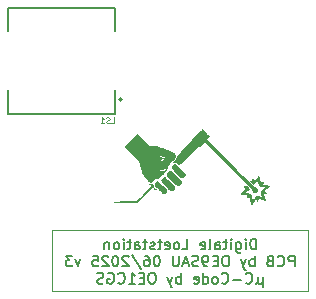
<source format=gbr>
%TF.GenerationSoftware,KiCad,Pcbnew,8.0.5*%
%TF.CreationDate,2025-06-23T12:16:39+02:00*%
%TF.ProjectId,SMD-Loetstation_v3,534d442d-4c6f-4657-9473-746174696f6e,rev?*%
%TF.SameCoordinates,Original*%
%TF.FileFunction,Legend,Bot*%
%TF.FilePolarity,Positive*%
%FSLAX46Y46*%
G04 Gerber Fmt 4.6, Leading zero omitted, Abs format (unit mm)*
G04 Created by KiCad (PCBNEW 8.0.5) date 2025-06-23 12:16:39*
%MOMM*%
%LPD*%
G01*
G04 APERTURE LIST*
%ADD10C,0.200000*%
%ADD11C,0.100000*%
%ADD12C,0.125000*%
%ADD13C,0.000000*%
%ADD14C,0.127000*%
G04 APERTURE END LIST*
D10*
X148541572Y-105823657D02*
X148541572Y-104923657D01*
X148541572Y-104923657D02*
X148327286Y-104923657D01*
X148327286Y-104923657D02*
X148198715Y-104966514D01*
X148198715Y-104966514D02*
X148113000Y-105052228D01*
X148113000Y-105052228D02*
X148070143Y-105137942D01*
X148070143Y-105137942D02*
X148027286Y-105309371D01*
X148027286Y-105309371D02*
X148027286Y-105437942D01*
X148027286Y-105437942D02*
X148070143Y-105609371D01*
X148070143Y-105609371D02*
X148113000Y-105695085D01*
X148113000Y-105695085D02*
X148198715Y-105780800D01*
X148198715Y-105780800D02*
X148327286Y-105823657D01*
X148327286Y-105823657D02*
X148541572Y-105823657D01*
X147641572Y-105823657D02*
X147641572Y-105223657D01*
X147641572Y-104923657D02*
X147684429Y-104966514D01*
X147684429Y-104966514D02*
X147641572Y-105009371D01*
X147641572Y-105009371D02*
X147598715Y-104966514D01*
X147598715Y-104966514D02*
X147641572Y-104923657D01*
X147641572Y-104923657D02*
X147641572Y-105009371D01*
X146827287Y-105223657D02*
X146827287Y-105952228D01*
X146827287Y-105952228D02*
X146870144Y-106037942D01*
X146870144Y-106037942D02*
X146913001Y-106080800D01*
X146913001Y-106080800D02*
X146998715Y-106123657D01*
X146998715Y-106123657D02*
X147127287Y-106123657D01*
X147127287Y-106123657D02*
X147213001Y-106080800D01*
X146827287Y-105780800D02*
X146913001Y-105823657D01*
X146913001Y-105823657D02*
X147084429Y-105823657D01*
X147084429Y-105823657D02*
X147170144Y-105780800D01*
X147170144Y-105780800D02*
X147213001Y-105737942D01*
X147213001Y-105737942D02*
X147255858Y-105652228D01*
X147255858Y-105652228D02*
X147255858Y-105395085D01*
X147255858Y-105395085D02*
X147213001Y-105309371D01*
X147213001Y-105309371D02*
X147170144Y-105266514D01*
X147170144Y-105266514D02*
X147084429Y-105223657D01*
X147084429Y-105223657D02*
X146913001Y-105223657D01*
X146913001Y-105223657D02*
X146827287Y-105266514D01*
X146398715Y-105823657D02*
X146398715Y-105223657D01*
X146398715Y-104923657D02*
X146441572Y-104966514D01*
X146441572Y-104966514D02*
X146398715Y-105009371D01*
X146398715Y-105009371D02*
X146355858Y-104966514D01*
X146355858Y-104966514D02*
X146398715Y-104923657D01*
X146398715Y-104923657D02*
X146398715Y-105009371D01*
X146098715Y-105223657D02*
X145755858Y-105223657D01*
X145970144Y-104923657D02*
X145970144Y-105695085D01*
X145970144Y-105695085D02*
X145927287Y-105780800D01*
X145927287Y-105780800D02*
X145841572Y-105823657D01*
X145841572Y-105823657D02*
X145755858Y-105823657D01*
X145070144Y-105823657D02*
X145070144Y-105352228D01*
X145070144Y-105352228D02*
X145113001Y-105266514D01*
X145113001Y-105266514D02*
X145198715Y-105223657D01*
X145198715Y-105223657D02*
X145370144Y-105223657D01*
X145370144Y-105223657D02*
X145455858Y-105266514D01*
X145070144Y-105780800D02*
X145155858Y-105823657D01*
X145155858Y-105823657D02*
X145370144Y-105823657D01*
X145370144Y-105823657D02*
X145455858Y-105780800D01*
X145455858Y-105780800D02*
X145498715Y-105695085D01*
X145498715Y-105695085D02*
X145498715Y-105609371D01*
X145498715Y-105609371D02*
X145455858Y-105523657D01*
X145455858Y-105523657D02*
X145370144Y-105480800D01*
X145370144Y-105480800D02*
X145155858Y-105480800D01*
X145155858Y-105480800D02*
X145070144Y-105437942D01*
X144513000Y-105823657D02*
X144598715Y-105780800D01*
X144598715Y-105780800D02*
X144641572Y-105695085D01*
X144641572Y-105695085D02*
X144641572Y-104923657D01*
X143827286Y-105780800D02*
X143913000Y-105823657D01*
X143913000Y-105823657D02*
X144084429Y-105823657D01*
X144084429Y-105823657D02*
X144170143Y-105780800D01*
X144170143Y-105780800D02*
X144213000Y-105695085D01*
X144213000Y-105695085D02*
X144213000Y-105352228D01*
X144213000Y-105352228D02*
X144170143Y-105266514D01*
X144170143Y-105266514D02*
X144084429Y-105223657D01*
X144084429Y-105223657D02*
X143913000Y-105223657D01*
X143913000Y-105223657D02*
X143827286Y-105266514D01*
X143827286Y-105266514D02*
X143784429Y-105352228D01*
X143784429Y-105352228D02*
X143784429Y-105437942D01*
X143784429Y-105437942D02*
X144213000Y-105523657D01*
X142284428Y-105823657D02*
X142713000Y-105823657D01*
X142713000Y-105823657D02*
X142713000Y-104923657D01*
X141855857Y-105823657D02*
X141941572Y-105780800D01*
X141941572Y-105780800D02*
X141984429Y-105737942D01*
X141984429Y-105737942D02*
X142027286Y-105652228D01*
X142027286Y-105652228D02*
X142027286Y-105395085D01*
X142027286Y-105395085D02*
X141984429Y-105309371D01*
X141984429Y-105309371D02*
X141941572Y-105266514D01*
X141941572Y-105266514D02*
X141855857Y-105223657D01*
X141855857Y-105223657D02*
X141727286Y-105223657D01*
X141727286Y-105223657D02*
X141641572Y-105266514D01*
X141641572Y-105266514D02*
X141598715Y-105309371D01*
X141598715Y-105309371D02*
X141555857Y-105395085D01*
X141555857Y-105395085D02*
X141555857Y-105652228D01*
X141555857Y-105652228D02*
X141598715Y-105737942D01*
X141598715Y-105737942D02*
X141641572Y-105780800D01*
X141641572Y-105780800D02*
X141727286Y-105823657D01*
X141727286Y-105823657D02*
X141855857Y-105823657D01*
X140827286Y-105780800D02*
X140913000Y-105823657D01*
X140913000Y-105823657D02*
X141084429Y-105823657D01*
X141084429Y-105823657D02*
X141170143Y-105780800D01*
X141170143Y-105780800D02*
X141213000Y-105695085D01*
X141213000Y-105695085D02*
X141213000Y-105352228D01*
X141213000Y-105352228D02*
X141170143Y-105266514D01*
X141170143Y-105266514D02*
X141084429Y-105223657D01*
X141084429Y-105223657D02*
X140913000Y-105223657D01*
X140913000Y-105223657D02*
X140827286Y-105266514D01*
X140827286Y-105266514D02*
X140784429Y-105352228D01*
X140784429Y-105352228D02*
X140784429Y-105437942D01*
X140784429Y-105437942D02*
X141213000Y-105523657D01*
X140527285Y-105223657D02*
X140184428Y-105223657D01*
X140398714Y-104923657D02*
X140398714Y-105695085D01*
X140398714Y-105695085D02*
X140355857Y-105780800D01*
X140355857Y-105780800D02*
X140270142Y-105823657D01*
X140270142Y-105823657D02*
X140184428Y-105823657D01*
X139927285Y-105780800D02*
X139841571Y-105823657D01*
X139841571Y-105823657D02*
X139670142Y-105823657D01*
X139670142Y-105823657D02*
X139584428Y-105780800D01*
X139584428Y-105780800D02*
X139541571Y-105695085D01*
X139541571Y-105695085D02*
X139541571Y-105652228D01*
X139541571Y-105652228D02*
X139584428Y-105566514D01*
X139584428Y-105566514D02*
X139670142Y-105523657D01*
X139670142Y-105523657D02*
X139798714Y-105523657D01*
X139798714Y-105523657D02*
X139884428Y-105480800D01*
X139884428Y-105480800D02*
X139927285Y-105395085D01*
X139927285Y-105395085D02*
X139927285Y-105352228D01*
X139927285Y-105352228D02*
X139884428Y-105266514D01*
X139884428Y-105266514D02*
X139798714Y-105223657D01*
X139798714Y-105223657D02*
X139670142Y-105223657D01*
X139670142Y-105223657D02*
X139584428Y-105266514D01*
X139284428Y-105223657D02*
X138941571Y-105223657D01*
X139155857Y-104923657D02*
X139155857Y-105695085D01*
X139155857Y-105695085D02*
X139113000Y-105780800D01*
X139113000Y-105780800D02*
X139027285Y-105823657D01*
X139027285Y-105823657D02*
X138941571Y-105823657D01*
X138255857Y-105823657D02*
X138255857Y-105352228D01*
X138255857Y-105352228D02*
X138298714Y-105266514D01*
X138298714Y-105266514D02*
X138384428Y-105223657D01*
X138384428Y-105223657D02*
X138555857Y-105223657D01*
X138555857Y-105223657D02*
X138641571Y-105266514D01*
X138255857Y-105780800D02*
X138341571Y-105823657D01*
X138341571Y-105823657D02*
X138555857Y-105823657D01*
X138555857Y-105823657D02*
X138641571Y-105780800D01*
X138641571Y-105780800D02*
X138684428Y-105695085D01*
X138684428Y-105695085D02*
X138684428Y-105609371D01*
X138684428Y-105609371D02*
X138641571Y-105523657D01*
X138641571Y-105523657D02*
X138555857Y-105480800D01*
X138555857Y-105480800D02*
X138341571Y-105480800D01*
X138341571Y-105480800D02*
X138255857Y-105437942D01*
X137955856Y-105223657D02*
X137612999Y-105223657D01*
X137827285Y-104923657D02*
X137827285Y-105695085D01*
X137827285Y-105695085D02*
X137784428Y-105780800D01*
X137784428Y-105780800D02*
X137698713Y-105823657D01*
X137698713Y-105823657D02*
X137612999Y-105823657D01*
X137312999Y-105823657D02*
X137312999Y-105223657D01*
X137312999Y-104923657D02*
X137355856Y-104966514D01*
X137355856Y-104966514D02*
X137312999Y-105009371D01*
X137312999Y-105009371D02*
X137270142Y-104966514D01*
X137270142Y-104966514D02*
X137312999Y-104923657D01*
X137312999Y-104923657D02*
X137312999Y-105009371D01*
X136755856Y-105823657D02*
X136841571Y-105780800D01*
X136841571Y-105780800D02*
X136884428Y-105737942D01*
X136884428Y-105737942D02*
X136927285Y-105652228D01*
X136927285Y-105652228D02*
X136927285Y-105395085D01*
X136927285Y-105395085D02*
X136884428Y-105309371D01*
X136884428Y-105309371D02*
X136841571Y-105266514D01*
X136841571Y-105266514D02*
X136755856Y-105223657D01*
X136755856Y-105223657D02*
X136627285Y-105223657D01*
X136627285Y-105223657D02*
X136541571Y-105266514D01*
X136541571Y-105266514D02*
X136498714Y-105309371D01*
X136498714Y-105309371D02*
X136455856Y-105395085D01*
X136455856Y-105395085D02*
X136455856Y-105652228D01*
X136455856Y-105652228D02*
X136498714Y-105737942D01*
X136498714Y-105737942D02*
X136541571Y-105780800D01*
X136541571Y-105780800D02*
X136627285Y-105823657D01*
X136627285Y-105823657D02*
X136755856Y-105823657D01*
X136070142Y-105223657D02*
X136070142Y-105823657D01*
X136070142Y-105309371D02*
X136027285Y-105266514D01*
X136027285Y-105266514D02*
X135941570Y-105223657D01*
X135941570Y-105223657D02*
X135812999Y-105223657D01*
X135812999Y-105223657D02*
X135727285Y-105266514D01*
X135727285Y-105266514D02*
X135684428Y-105352228D01*
X135684428Y-105352228D02*
X135684428Y-105823657D01*
X151777285Y-107272607D02*
X151777285Y-106372607D01*
X151777285Y-106372607D02*
X151434428Y-106372607D01*
X151434428Y-106372607D02*
X151348713Y-106415464D01*
X151348713Y-106415464D02*
X151305856Y-106458321D01*
X151305856Y-106458321D02*
X151262999Y-106544035D01*
X151262999Y-106544035D02*
X151262999Y-106672607D01*
X151262999Y-106672607D02*
X151305856Y-106758321D01*
X151305856Y-106758321D02*
X151348713Y-106801178D01*
X151348713Y-106801178D02*
X151434428Y-106844035D01*
X151434428Y-106844035D02*
X151777285Y-106844035D01*
X150362999Y-107186892D02*
X150405856Y-107229750D01*
X150405856Y-107229750D02*
X150534428Y-107272607D01*
X150534428Y-107272607D02*
X150620142Y-107272607D01*
X150620142Y-107272607D02*
X150748713Y-107229750D01*
X150748713Y-107229750D02*
X150834428Y-107144035D01*
X150834428Y-107144035D02*
X150877285Y-107058321D01*
X150877285Y-107058321D02*
X150920142Y-106886892D01*
X150920142Y-106886892D02*
X150920142Y-106758321D01*
X150920142Y-106758321D02*
X150877285Y-106586892D01*
X150877285Y-106586892D02*
X150834428Y-106501178D01*
X150834428Y-106501178D02*
X150748713Y-106415464D01*
X150748713Y-106415464D02*
X150620142Y-106372607D01*
X150620142Y-106372607D02*
X150534428Y-106372607D01*
X150534428Y-106372607D02*
X150405856Y-106415464D01*
X150405856Y-106415464D02*
X150362999Y-106458321D01*
X149677285Y-106801178D02*
X149548713Y-106844035D01*
X149548713Y-106844035D02*
X149505856Y-106886892D01*
X149505856Y-106886892D02*
X149462999Y-106972607D01*
X149462999Y-106972607D02*
X149462999Y-107101178D01*
X149462999Y-107101178D02*
X149505856Y-107186892D01*
X149505856Y-107186892D02*
X149548713Y-107229750D01*
X149548713Y-107229750D02*
X149634428Y-107272607D01*
X149634428Y-107272607D02*
X149977285Y-107272607D01*
X149977285Y-107272607D02*
X149977285Y-106372607D01*
X149977285Y-106372607D02*
X149677285Y-106372607D01*
X149677285Y-106372607D02*
X149591571Y-106415464D01*
X149591571Y-106415464D02*
X149548713Y-106458321D01*
X149548713Y-106458321D02*
X149505856Y-106544035D01*
X149505856Y-106544035D02*
X149505856Y-106629750D01*
X149505856Y-106629750D02*
X149548713Y-106715464D01*
X149548713Y-106715464D02*
X149591571Y-106758321D01*
X149591571Y-106758321D02*
X149677285Y-106801178D01*
X149677285Y-106801178D02*
X149977285Y-106801178D01*
X148391571Y-107272607D02*
X148391571Y-106372607D01*
X148391571Y-106715464D02*
X148305857Y-106672607D01*
X148305857Y-106672607D02*
X148134428Y-106672607D01*
X148134428Y-106672607D02*
X148048714Y-106715464D01*
X148048714Y-106715464D02*
X148005857Y-106758321D01*
X148005857Y-106758321D02*
X147962999Y-106844035D01*
X147962999Y-106844035D02*
X147962999Y-107101178D01*
X147962999Y-107101178D02*
X148005857Y-107186892D01*
X148005857Y-107186892D02*
X148048714Y-107229750D01*
X148048714Y-107229750D02*
X148134428Y-107272607D01*
X148134428Y-107272607D02*
X148305857Y-107272607D01*
X148305857Y-107272607D02*
X148391571Y-107229750D01*
X147662999Y-106672607D02*
X147448713Y-107272607D01*
X147234428Y-106672607D02*
X147448713Y-107272607D01*
X147448713Y-107272607D02*
X147534428Y-107486892D01*
X147534428Y-107486892D02*
X147577285Y-107529750D01*
X147577285Y-107529750D02*
X147662999Y-107572607D01*
X146034428Y-106372607D02*
X145863000Y-106372607D01*
X145863000Y-106372607D02*
X145777285Y-106415464D01*
X145777285Y-106415464D02*
X145691571Y-106501178D01*
X145691571Y-106501178D02*
X145648714Y-106672607D01*
X145648714Y-106672607D02*
X145648714Y-106972607D01*
X145648714Y-106972607D02*
X145691571Y-107144035D01*
X145691571Y-107144035D02*
X145777285Y-107229750D01*
X145777285Y-107229750D02*
X145863000Y-107272607D01*
X145863000Y-107272607D02*
X146034428Y-107272607D01*
X146034428Y-107272607D02*
X146120143Y-107229750D01*
X146120143Y-107229750D02*
X146205857Y-107144035D01*
X146205857Y-107144035D02*
X146248714Y-106972607D01*
X146248714Y-106972607D02*
X146248714Y-106672607D01*
X146248714Y-106672607D02*
X146205857Y-106501178D01*
X146205857Y-106501178D02*
X146120143Y-106415464D01*
X146120143Y-106415464D02*
X146034428Y-106372607D01*
X145263000Y-106801178D02*
X144963000Y-106801178D01*
X144834428Y-107272607D02*
X145263000Y-107272607D01*
X145263000Y-107272607D02*
X145263000Y-106372607D01*
X145263000Y-106372607D02*
X144834428Y-106372607D01*
X144405857Y-107272607D02*
X144234428Y-107272607D01*
X144234428Y-107272607D02*
X144148714Y-107229750D01*
X144148714Y-107229750D02*
X144105857Y-107186892D01*
X144105857Y-107186892D02*
X144020142Y-107058321D01*
X144020142Y-107058321D02*
X143977285Y-106886892D01*
X143977285Y-106886892D02*
X143977285Y-106544035D01*
X143977285Y-106544035D02*
X144020142Y-106458321D01*
X144020142Y-106458321D02*
X144063000Y-106415464D01*
X144063000Y-106415464D02*
X144148714Y-106372607D01*
X144148714Y-106372607D02*
X144320142Y-106372607D01*
X144320142Y-106372607D02*
X144405857Y-106415464D01*
X144405857Y-106415464D02*
X144448714Y-106458321D01*
X144448714Y-106458321D02*
X144491571Y-106544035D01*
X144491571Y-106544035D02*
X144491571Y-106758321D01*
X144491571Y-106758321D02*
X144448714Y-106844035D01*
X144448714Y-106844035D02*
X144405857Y-106886892D01*
X144405857Y-106886892D02*
X144320142Y-106929750D01*
X144320142Y-106929750D02*
X144148714Y-106929750D01*
X144148714Y-106929750D02*
X144063000Y-106886892D01*
X144063000Y-106886892D02*
X144020142Y-106844035D01*
X144020142Y-106844035D02*
X143977285Y-106758321D01*
X143634428Y-107229750D02*
X143505857Y-107272607D01*
X143505857Y-107272607D02*
X143291571Y-107272607D01*
X143291571Y-107272607D02*
X143205857Y-107229750D01*
X143205857Y-107229750D02*
X143162999Y-107186892D01*
X143162999Y-107186892D02*
X143120142Y-107101178D01*
X143120142Y-107101178D02*
X143120142Y-107015464D01*
X143120142Y-107015464D02*
X143162999Y-106929750D01*
X143162999Y-106929750D02*
X143205857Y-106886892D01*
X143205857Y-106886892D02*
X143291571Y-106844035D01*
X143291571Y-106844035D02*
X143462999Y-106801178D01*
X143462999Y-106801178D02*
X143548714Y-106758321D01*
X143548714Y-106758321D02*
X143591571Y-106715464D01*
X143591571Y-106715464D02*
X143634428Y-106629750D01*
X143634428Y-106629750D02*
X143634428Y-106544035D01*
X143634428Y-106544035D02*
X143591571Y-106458321D01*
X143591571Y-106458321D02*
X143548714Y-106415464D01*
X143548714Y-106415464D02*
X143462999Y-106372607D01*
X143462999Y-106372607D02*
X143248714Y-106372607D01*
X143248714Y-106372607D02*
X143120142Y-106415464D01*
X142777285Y-107015464D02*
X142348714Y-107015464D01*
X142862999Y-107272607D02*
X142562999Y-106372607D01*
X142562999Y-106372607D02*
X142262999Y-107272607D01*
X141962999Y-106372607D02*
X141962999Y-107101178D01*
X141962999Y-107101178D02*
X141920142Y-107186892D01*
X141920142Y-107186892D02*
X141877285Y-107229750D01*
X141877285Y-107229750D02*
X141791570Y-107272607D01*
X141791570Y-107272607D02*
X141620142Y-107272607D01*
X141620142Y-107272607D02*
X141534427Y-107229750D01*
X141534427Y-107229750D02*
X141491570Y-107186892D01*
X141491570Y-107186892D02*
X141448713Y-107101178D01*
X141448713Y-107101178D02*
X141448713Y-106372607D01*
X140162999Y-106372607D02*
X140077285Y-106372607D01*
X140077285Y-106372607D02*
X139991571Y-106415464D01*
X139991571Y-106415464D02*
X139948714Y-106458321D01*
X139948714Y-106458321D02*
X139905856Y-106544035D01*
X139905856Y-106544035D02*
X139862999Y-106715464D01*
X139862999Y-106715464D02*
X139862999Y-106929750D01*
X139862999Y-106929750D02*
X139905856Y-107101178D01*
X139905856Y-107101178D02*
X139948714Y-107186892D01*
X139948714Y-107186892D02*
X139991571Y-107229750D01*
X139991571Y-107229750D02*
X140077285Y-107272607D01*
X140077285Y-107272607D02*
X140162999Y-107272607D01*
X140162999Y-107272607D02*
X140248714Y-107229750D01*
X140248714Y-107229750D02*
X140291571Y-107186892D01*
X140291571Y-107186892D02*
X140334428Y-107101178D01*
X140334428Y-107101178D02*
X140377285Y-106929750D01*
X140377285Y-106929750D02*
X140377285Y-106715464D01*
X140377285Y-106715464D02*
X140334428Y-106544035D01*
X140334428Y-106544035D02*
X140291571Y-106458321D01*
X140291571Y-106458321D02*
X140248714Y-106415464D01*
X140248714Y-106415464D02*
X140162999Y-106372607D01*
X139091571Y-106372607D02*
X139262999Y-106372607D01*
X139262999Y-106372607D02*
X139348713Y-106415464D01*
X139348713Y-106415464D02*
X139391571Y-106458321D01*
X139391571Y-106458321D02*
X139477285Y-106586892D01*
X139477285Y-106586892D02*
X139520142Y-106758321D01*
X139520142Y-106758321D02*
X139520142Y-107101178D01*
X139520142Y-107101178D02*
X139477285Y-107186892D01*
X139477285Y-107186892D02*
X139434428Y-107229750D01*
X139434428Y-107229750D02*
X139348713Y-107272607D01*
X139348713Y-107272607D02*
X139177285Y-107272607D01*
X139177285Y-107272607D02*
X139091571Y-107229750D01*
X139091571Y-107229750D02*
X139048713Y-107186892D01*
X139048713Y-107186892D02*
X139005856Y-107101178D01*
X139005856Y-107101178D02*
X139005856Y-106886892D01*
X139005856Y-106886892D02*
X139048713Y-106801178D01*
X139048713Y-106801178D02*
X139091571Y-106758321D01*
X139091571Y-106758321D02*
X139177285Y-106715464D01*
X139177285Y-106715464D02*
X139348713Y-106715464D01*
X139348713Y-106715464D02*
X139434428Y-106758321D01*
X139434428Y-106758321D02*
X139477285Y-106801178D01*
X139477285Y-106801178D02*
X139520142Y-106886892D01*
X137977285Y-106329750D02*
X138748713Y-107486892D01*
X137720142Y-106458321D02*
X137677285Y-106415464D01*
X137677285Y-106415464D02*
X137591571Y-106372607D01*
X137591571Y-106372607D02*
X137377285Y-106372607D01*
X137377285Y-106372607D02*
X137291571Y-106415464D01*
X137291571Y-106415464D02*
X137248713Y-106458321D01*
X137248713Y-106458321D02*
X137205856Y-106544035D01*
X137205856Y-106544035D02*
X137205856Y-106629750D01*
X137205856Y-106629750D02*
X137248713Y-106758321D01*
X137248713Y-106758321D02*
X137762999Y-107272607D01*
X137762999Y-107272607D02*
X137205856Y-107272607D01*
X136648713Y-106372607D02*
X136562999Y-106372607D01*
X136562999Y-106372607D02*
X136477285Y-106415464D01*
X136477285Y-106415464D02*
X136434428Y-106458321D01*
X136434428Y-106458321D02*
X136391570Y-106544035D01*
X136391570Y-106544035D02*
X136348713Y-106715464D01*
X136348713Y-106715464D02*
X136348713Y-106929750D01*
X136348713Y-106929750D02*
X136391570Y-107101178D01*
X136391570Y-107101178D02*
X136434428Y-107186892D01*
X136434428Y-107186892D02*
X136477285Y-107229750D01*
X136477285Y-107229750D02*
X136562999Y-107272607D01*
X136562999Y-107272607D02*
X136648713Y-107272607D01*
X136648713Y-107272607D02*
X136734428Y-107229750D01*
X136734428Y-107229750D02*
X136777285Y-107186892D01*
X136777285Y-107186892D02*
X136820142Y-107101178D01*
X136820142Y-107101178D02*
X136862999Y-106929750D01*
X136862999Y-106929750D02*
X136862999Y-106715464D01*
X136862999Y-106715464D02*
X136820142Y-106544035D01*
X136820142Y-106544035D02*
X136777285Y-106458321D01*
X136777285Y-106458321D02*
X136734428Y-106415464D01*
X136734428Y-106415464D02*
X136648713Y-106372607D01*
X136005856Y-106458321D02*
X135962999Y-106415464D01*
X135962999Y-106415464D02*
X135877285Y-106372607D01*
X135877285Y-106372607D02*
X135662999Y-106372607D01*
X135662999Y-106372607D02*
X135577285Y-106415464D01*
X135577285Y-106415464D02*
X135534427Y-106458321D01*
X135534427Y-106458321D02*
X135491570Y-106544035D01*
X135491570Y-106544035D02*
X135491570Y-106629750D01*
X135491570Y-106629750D02*
X135534427Y-106758321D01*
X135534427Y-106758321D02*
X136048713Y-107272607D01*
X136048713Y-107272607D02*
X135491570Y-107272607D01*
X134677284Y-106372607D02*
X135105856Y-106372607D01*
X135105856Y-106372607D02*
X135148713Y-106801178D01*
X135148713Y-106801178D02*
X135105856Y-106758321D01*
X135105856Y-106758321D02*
X135020142Y-106715464D01*
X135020142Y-106715464D02*
X134805856Y-106715464D01*
X134805856Y-106715464D02*
X134720142Y-106758321D01*
X134720142Y-106758321D02*
X134677284Y-106801178D01*
X134677284Y-106801178D02*
X134634427Y-106886892D01*
X134634427Y-106886892D02*
X134634427Y-107101178D01*
X134634427Y-107101178D02*
X134677284Y-107186892D01*
X134677284Y-107186892D02*
X134720142Y-107229750D01*
X134720142Y-107229750D02*
X134805856Y-107272607D01*
X134805856Y-107272607D02*
X135020142Y-107272607D01*
X135020142Y-107272607D02*
X135105856Y-107229750D01*
X135105856Y-107229750D02*
X135148713Y-107186892D01*
X133648713Y-106672607D02*
X133434427Y-107272607D01*
X133434427Y-107272607D02*
X133220142Y-106672607D01*
X132962999Y-106372607D02*
X132405856Y-106372607D01*
X132405856Y-106372607D02*
X132705856Y-106715464D01*
X132705856Y-106715464D02*
X132577285Y-106715464D01*
X132577285Y-106715464D02*
X132491571Y-106758321D01*
X132491571Y-106758321D02*
X132448713Y-106801178D01*
X132448713Y-106801178D02*
X132405856Y-106886892D01*
X132405856Y-106886892D02*
X132405856Y-107101178D01*
X132405856Y-107101178D02*
X132448713Y-107186892D01*
X132448713Y-107186892D02*
X132491571Y-107229750D01*
X132491571Y-107229750D02*
X132577285Y-107272607D01*
X132577285Y-107272607D02*
X132834428Y-107272607D01*
X132834428Y-107272607D02*
X132920142Y-107229750D01*
X132920142Y-107229750D02*
X132962999Y-107186892D01*
X149098714Y-108121557D02*
X149098714Y-109021557D01*
X148670142Y-108592985D02*
X148627285Y-108678700D01*
X148627285Y-108678700D02*
X148541571Y-108721557D01*
X149098714Y-108592985D02*
X149055857Y-108678700D01*
X149055857Y-108678700D02*
X148970142Y-108721557D01*
X148970142Y-108721557D02*
X148798714Y-108721557D01*
X148798714Y-108721557D02*
X148713000Y-108678700D01*
X148713000Y-108678700D02*
X148670142Y-108592985D01*
X148670142Y-108592985D02*
X148670142Y-108121557D01*
X147641571Y-108635842D02*
X147684428Y-108678700D01*
X147684428Y-108678700D02*
X147813000Y-108721557D01*
X147813000Y-108721557D02*
X147898714Y-108721557D01*
X147898714Y-108721557D02*
X148027285Y-108678700D01*
X148027285Y-108678700D02*
X148113000Y-108592985D01*
X148113000Y-108592985D02*
X148155857Y-108507271D01*
X148155857Y-108507271D02*
X148198714Y-108335842D01*
X148198714Y-108335842D02*
X148198714Y-108207271D01*
X148198714Y-108207271D02*
X148155857Y-108035842D01*
X148155857Y-108035842D02*
X148113000Y-107950128D01*
X148113000Y-107950128D02*
X148027285Y-107864414D01*
X148027285Y-107864414D02*
X147898714Y-107821557D01*
X147898714Y-107821557D02*
X147813000Y-107821557D01*
X147813000Y-107821557D02*
X147684428Y-107864414D01*
X147684428Y-107864414D02*
X147641571Y-107907271D01*
X147255857Y-108378700D02*
X146570143Y-108378700D01*
X145627285Y-108635842D02*
X145670142Y-108678700D01*
X145670142Y-108678700D02*
X145798714Y-108721557D01*
X145798714Y-108721557D02*
X145884428Y-108721557D01*
X145884428Y-108721557D02*
X146012999Y-108678700D01*
X146012999Y-108678700D02*
X146098714Y-108592985D01*
X146098714Y-108592985D02*
X146141571Y-108507271D01*
X146141571Y-108507271D02*
X146184428Y-108335842D01*
X146184428Y-108335842D02*
X146184428Y-108207271D01*
X146184428Y-108207271D02*
X146141571Y-108035842D01*
X146141571Y-108035842D02*
X146098714Y-107950128D01*
X146098714Y-107950128D02*
X146012999Y-107864414D01*
X146012999Y-107864414D02*
X145884428Y-107821557D01*
X145884428Y-107821557D02*
X145798714Y-107821557D01*
X145798714Y-107821557D02*
X145670142Y-107864414D01*
X145670142Y-107864414D02*
X145627285Y-107907271D01*
X145112999Y-108721557D02*
X145198714Y-108678700D01*
X145198714Y-108678700D02*
X145241571Y-108635842D01*
X145241571Y-108635842D02*
X145284428Y-108550128D01*
X145284428Y-108550128D02*
X145284428Y-108292985D01*
X145284428Y-108292985D02*
X145241571Y-108207271D01*
X145241571Y-108207271D02*
X145198714Y-108164414D01*
X145198714Y-108164414D02*
X145112999Y-108121557D01*
X145112999Y-108121557D02*
X144984428Y-108121557D01*
X144984428Y-108121557D02*
X144898714Y-108164414D01*
X144898714Y-108164414D02*
X144855857Y-108207271D01*
X144855857Y-108207271D02*
X144812999Y-108292985D01*
X144812999Y-108292985D02*
X144812999Y-108550128D01*
X144812999Y-108550128D02*
X144855857Y-108635842D01*
X144855857Y-108635842D02*
X144898714Y-108678700D01*
X144898714Y-108678700D02*
X144984428Y-108721557D01*
X144984428Y-108721557D02*
X145112999Y-108721557D01*
X144041571Y-108721557D02*
X144041571Y-107821557D01*
X144041571Y-108678700D02*
X144127285Y-108721557D01*
X144127285Y-108721557D02*
X144298713Y-108721557D01*
X144298713Y-108721557D02*
X144384428Y-108678700D01*
X144384428Y-108678700D02*
X144427285Y-108635842D01*
X144427285Y-108635842D02*
X144470142Y-108550128D01*
X144470142Y-108550128D02*
X144470142Y-108292985D01*
X144470142Y-108292985D02*
X144427285Y-108207271D01*
X144427285Y-108207271D02*
X144384428Y-108164414D01*
X144384428Y-108164414D02*
X144298713Y-108121557D01*
X144298713Y-108121557D02*
X144127285Y-108121557D01*
X144127285Y-108121557D02*
X144041571Y-108164414D01*
X143270142Y-108678700D02*
X143355856Y-108721557D01*
X143355856Y-108721557D02*
X143527285Y-108721557D01*
X143527285Y-108721557D02*
X143612999Y-108678700D01*
X143612999Y-108678700D02*
X143655856Y-108592985D01*
X143655856Y-108592985D02*
X143655856Y-108250128D01*
X143655856Y-108250128D02*
X143612999Y-108164414D01*
X143612999Y-108164414D02*
X143527285Y-108121557D01*
X143527285Y-108121557D02*
X143355856Y-108121557D01*
X143355856Y-108121557D02*
X143270142Y-108164414D01*
X143270142Y-108164414D02*
X143227285Y-108250128D01*
X143227285Y-108250128D02*
X143227285Y-108335842D01*
X143227285Y-108335842D02*
X143655856Y-108421557D01*
X142155856Y-108721557D02*
X142155856Y-107821557D01*
X142155856Y-108164414D02*
X142070142Y-108121557D01*
X142070142Y-108121557D02*
X141898713Y-108121557D01*
X141898713Y-108121557D02*
X141812999Y-108164414D01*
X141812999Y-108164414D02*
X141770142Y-108207271D01*
X141770142Y-108207271D02*
X141727284Y-108292985D01*
X141727284Y-108292985D02*
X141727284Y-108550128D01*
X141727284Y-108550128D02*
X141770142Y-108635842D01*
X141770142Y-108635842D02*
X141812999Y-108678700D01*
X141812999Y-108678700D02*
X141898713Y-108721557D01*
X141898713Y-108721557D02*
X142070142Y-108721557D01*
X142070142Y-108721557D02*
X142155856Y-108678700D01*
X141427284Y-108121557D02*
X141212998Y-108721557D01*
X140998713Y-108121557D02*
X141212998Y-108721557D01*
X141212998Y-108721557D02*
X141298713Y-108935842D01*
X141298713Y-108935842D02*
X141341570Y-108978700D01*
X141341570Y-108978700D02*
X141427284Y-109021557D01*
X139798713Y-107821557D02*
X139627285Y-107821557D01*
X139627285Y-107821557D02*
X139541570Y-107864414D01*
X139541570Y-107864414D02*
X139455856Y-107950128D01*
X139455856Y-107950128D02*
X139412999Y-108121557D01*
X139412999Y-108121557D02*
X139412999Y-108421557D01*
X139412999Y-108421557D02*
X139455856Y-108592985D01*
X139455856Y-108592985D02*
X139541570Y-108678700D01*
X139541570Y-108678700D02*
X139627285Y-108721557D01*
X139627285Y-108721557D02*
X139798713Y-108721557D01*
X139798713Y-108721557D02*
X139884428Y-108678700D01*
X139884428Y-108678700D02*
X139970142Y-108592985D01*
X139970142Y-108592985D02*
X140012999Y-108421557D01*
X140012999Y-108421557D02*
X140012999Y-108121557D01*
X140012999Y-108121557D02*
X139970142Y-107950128D01*
X139970142Y-107950128D02*
X139884428Y-107864414D01*
X139884428Y-107864414D02*
X139798713Y-107821557D01*
X139027285Y-108250128D02*
X138727285Y-108250128D01*
X138598713Y-108721557D02*
X139027285Y-108721557D01*
X139027285Y-108721557D02*
X139027285Y-107821557D01*
X139027285Y-107821557D02*
X138598713Y-107821557D01*
X137741570Y-108721557D02*
X138255856Y-108721557D01*
X137998713Y-108721557D02*
X137998713Y-107821557D01*
X137998713Y-107821557D02*
X138084427Y-107950128D01*
X138084427Y-107950128D02*
X138170142Y-108035842D01*
X138170142Y-108035842D02*
X138255856Y-108078700D01*
X136841570Y-108635842D02*
X136884427Y-108678700D01*
X136884427Y-108678700D02*
X137012999Y-108721557D01*
X137012999Y-108721557D02*
X137098713Y-108721557D01*
X137098713Y-108721557D02*
X137227284Y-108678700D01*
X137227284Y-108678700D02*
X137312999Y-108592985D01*
X137312999Y-108592985D02*
X137355856Y-108507271D01*
X137355856Y-108507271D02*
X137398713Y-108335842D01*
X137398713Y-108335842D02*
X137398713Y-108207271D01*
X137398713Y-108207271D02*
X137355856Y-108035842D01*
X137355856Y-108035842D02*
X137312999Y-107950128D01*
X137312999Y-107950128D02*
X137227284Y-107864414D01*
X137227284Y-107864414D02*
X137098713Y-107821557D01*
X137098713Y-107821557D02*
X137012999Y-107821557D01*
X137012999Y-107821557D02*
X136884427Y-107864414D01*
X136884427Y-107864414D02*
X136841570Y-107907271D01*
X135984427Y-107864414D02*
X136070142Y-107821557D01*
X136070142Y-107821557D02*
X136198713Y-107821557D01*
X136198713Y-107821557D02*
X136327284Y-107864414D01*
X136327284Y-107864414D02*
X136412999Y-107950128D01*
X136412999Y-107950128D02*
X136455856Y-108035842D01*
X136455856Y-108035842D02*
X136498713Y-108207271D01*
X136498713Y-108207271D02*
X136498713Y-108335842D01*
X136498713Y-108335842D02*
X136455856Y-108507271D01*
X136455856Y-108507271D02*
X136412999Y-108592985D01*
X136412999Y-108592985D02*
X136327284Y-108678700D01*
X136327284Y-108678700D02*
X136198713Y-108721557D01*
X136198713Y-108721557D02*
X136112999Y-108721557D01*
X136112999Y-108721557D02*
X135984427Y-108678700D01*
X135984427Y-108678700D02*
X135941570Y-108635842D01*
X135941570Y-108635842D02*
X135941570Y-108335842D01*
X135941570Y-108335842D02*
X136112999Y-108335842D01*
X135598713Y-108678700D02*
X135470142Y-108721557D01*
X135470142Y-108721557D02*
X135255856Y-108721557D01*
X135255856Y-108721557D02*
X135170142Y-108678700D01*
X135170142Y-108678700D02*
X135127284Y-108635842D01*
X135127284Y-108635842D02*
X135084427Y-108550128D01*
X135084427Y-108550128D02*
X135084427Y-108464414D01*
X135084427Y-108464414D02*
X135127284Y-108378700D01*
X135127284Y-108378700D02*
X135170142Y-108335842D01*
X135170142Y-108335842D02*
X135255856Y-108292985D01*
X135255856Y-108292985D02*
X135427284Y-108250128D01*
X135427284Y-108250128D02*
X135512999Y-108207271D01*
X135512999Y-108207271D02*
X135555856Y-108164414D01*
X135555856Y-108164414D02*
X135598713Y-108078700D01*
X135598713Y-108078700D02*
X135598713Y-107992985D01*
X135598713Y-107992985D02*
X135555856Y-107907271D01*
X135555856Y-107907271D02*
X135512999Y-107864414D01*
X135512999Y-107864414D02*
X135427284Y-107821557D01*
X135427284Y-107821557D02*
X135212999Y-107821557D01*
X135212999Y-107821557D02*
X135084427Y-107864414D01*
D11*
X131267200Y-104216200D02*
X152958800Y-104216200D01*
X152958800Y-109372400D01*
X131267200Y-109372400D01*
X131267200Y-104216200D01*
D12*
X136263228Y-95151209D02*
X136501323Y-95151209D01*
X136501323Y-95151209D02*
X136501323Y-94651209D01*
X136120370Y-95127400D02*
X136048942Y-95151209D01*
X136048942Y-95151209D02*
X135929894Y-95151209D01*
X135929894Y-95151209D02*
X135882275Y-95127400D01*
X135882275Y-95127400D02*
X135858466Y-95103590D01*
X135858466Y-95103590D02*
X135834656Y-95055971D01*
X135834656Y-95055971D02*
X135834656Y-95008352D01*
X135834656Y-95008352D02*
X135858466Y-94960733D01*
X135858466Y-94960733D02*
X135882275Y-94936923D01*
X135882275Y-94936923D02*
X135929894Y-94913114D01*
X135929894Y-94913114D02*
X136025132Y-94889304D01*
X136025132Y-94889304D02*
X136072751Y-94865495D01*
X136072751Y-94865495D02*
X136096561Y-94841685D01*
X136096561Y-94841685D02*
X136120370Y-94794066D01*
X136120370Y-94794066D02*
X136120370Y-94746447D01*
X136120370Y-94746447D02*
X136096561Y-94698828D01*
X136096561Y-94698828D02*
X136072751Y-94675019D01*
X136072751Y-94675019D02*
X136025132Y-94651209D01*
X136025132Y-94651209D02*
X135906085Y-94651209D01*
X135906085Y-94651209D02*
X135834656Y-94675019D01*
X135358466Y-95151209D02*
X135644180Y-95151209D01*
X135501323Y-95151209D02*
X135501323Y-94651209D01*
X135501323Y-94651209D02*
X135548942Y-94722638D01*
X135548942Y-94722638D02*
X135596561Y-94770257D01*
X135596561Y-94770257D02*
X135644180Y-94794066D01*
D13*
%TO.C,G10*%
G36*
X140247937Y-100070191D02*
G01*
X140316064Y-100111719D01*
X140402082Y-100182027D01*
X140511679Y-100283531D01*
X140650543Y-100418645D01*
X140663680Y-100431561D01*
X140784650Y-100551228D01*
X140874403Y-100642337D01*
X140937532Y-100710527D01*
X140978635Y-100761439D01*
X141002304Y-100800714D01*
X141013136Y-100833992D01*
X141015726Y-100866913D01*
X141013495Y-100901577D01*
X140988863Y-100972083D01*
X140929565Y-101047629D01*
X140885429Y-101090437D01*
X140824002Y-101128505D01*
X140756296Y-101138985D01*
X140755400Y-101138984D01*
X140723026Y-101135912D01*
X140689197Y-101123916D01*
X140648329Y-101098479D01*
X140594840Y-101055081D01*
X140523149Y-100989205D01*
X140427674Y-100896332D01*
X140302831Y-100771944D01*
X140265280Y-100734270D01*
X140137990Y-100604681D01*
X140043686Y-100502804D01*
X139979849Y-100422952D01*
X139943957Y-100359433D01*
X139933488Y-100306560D01*
X139945923Y-100258642D01*
X139978739Y-100209990D01*
X140029416Y-100154915D01*
X140040571Y-100143579D01*
X140094018Y-100094138D01*
X140142602Y-100063816D01*
X140192013Y-100055029D01*
X140247937Y-100070191D01*
G37*
G36*
X140890232Y-99732807D02*
G01*
X140896435Y-99737525D01*
X140935747Y-99772945D01*
X141002570Y-99836515D01*
X141091144Y-99922651D01*
X141195708Y-100025767D01*
X141310500Y-100140278D01*
X141380318Y-100210417D01*
X141489893Y-100321570D01*
X141570457Y-100405921D01*
X141626444Y-100469029D01*
X141662285Y-100516448D01*
X141682412Y-100553738D01*
X141691259Y-100586454D01*
X141693257Y-100620153D01*
X141693145Y-100631374D01*
X141683904Y-100693536D01*
X141653030Y-100748567D01*
X141590950Y-100814669D01*
X141590106Y-100815478D01*
X141491410Y-100889220D01*
X141400779Y-100914045D01*
X141318905Y-100889761D01*
X141304705Y-100878993D01*
X141254568Y-100834371D01*
X141180506Y-100764243D01*
X141089181Y-100675327D01*
X140987257Y-100574337D01*
X140881398Y-100467989D01*
X140778266Y-100362999D01*
X140684526Y-100266083D01*
X140606841Y-100183956D01*
X140551873Y-100123334D01*
X140526288Y-100090933D01*
X140514454Y-100064807D01*
X140507512Y-99985726D01*
X140545074Y-99902225D01*
X140628943Y-99809355D01*
X140643503Y-99796239D01*
X140736703Y-99730402D01*
X140817321Y-99709734D01*
X140890232Y-99732807D01*
G37*
G36*
X141687558Y-98604866D02*
G01*
X141718789Y-98611395D01*
X141753607Y-98628035D01*
X141797254Y-98659091D01*
X141854972Y-98708869D01*
X141932006Y-98781673D01*
X142033597Y-98881809D01*
X142164988Y-99013581D01*
X142247459Y-99096817D01*
X142369217Y-99221868D01*
X142459637Y-99320197D01*
X142521607Y-99397215D01*
X142558019Y-99458335D01*
X142571761Y-99508970D01*
X142565723Y-99554532D01*
X142542794Y-99600433D01*
X142505864Y-99652086D01*
X142493610Y-99667166D01*
X142428032Y-99729855D01*
X142361546Y-99772486D01*
X142359793Y-99773243D01*
X142320544Y-99788628D01*
X142284346Y-99796296D01*
X142246987Y-99793089D01*
X142204257Y-99775851D01*
X142151945Y-99741425D01*
X142085840Y-99686652D01*
X142001731Y-99608377D01*
X141895408Y-99503442D01*
X141762659Y-99368690D01*
X141599273Y-99200964D01*
X141531816Y-99130777D01*
X141445505Y-99034550D01*
X141392479Y-98959869D01*
X141370610Y-98898723D01*
X141377775Y-98843101D01*
X141411847Y-98784993D01*
X141470701Y-98716389D01*
X141494777Y-98690798D01*
X141554604Y-98636435D01*
X141606403Y-98610576D01*
X141666209Y-98604005D01*
X141687558Y-98604866D01*
G37*
G36*
X141291164Y-99158697D02*
G01*
X141329683Y-99170285D01*
X141373861Y-99196253D01*
X141431134Y-99241901D01*
X141508941Y-99312531D01*
X141614717Y-99413442D01*
X141625099Y-99423461D01*
X141741383Y-99537095D01*
X141862375Y-99657489D01*
X141974355Y-99770886D01*
X142063601Y-99863529D01*
X142128114Y-99932979D01*
X142188908Y-100003968D01*
X142224567Y-100057102D01*
X142241363Y-100102228D01*
X142245568Y-100149194D01*
X142245198Y-100166039D01*
X142233961Y-100224689D01*
X142200483Y-100281127D01*
X142135925Y-100351675D01*
X142107634Y-100379334D01*
X142045546Y-100430842D01*
X141991345Y-100455189D01*
X141928078Y-100461317D01*
X141895419Y-100459687D01*
X141863943Y-100451968D01*
X141828504Y-100433930D01*
X141783881Y-100401343D01*
X141724854Y-100349978D01*
X141646200Y-100275604D01*
X141542698Y-100173992D01*
X141409127Y-100040912D01*
X141334932Y-99966559D01*
X141221323Y-99851812D01*
X141122219Y-99750621D01*
X141042906Y-99668433D01*
X140988668Y-99610697D01*
X140964789Y-99582859D01*
X140964203Y-99581899D01*
X140947819Y-99530331D01*
X140940814Y-99460337D01*
X140940822Y-99456512D01*
X140950540Y-99397154D01*
X140984140Y-99338604D01*
X141050071Y-99265821D01*
X141071912Y-99244362D01*
X141136582Y-99189458D01*
X141191704Y-99163020D01*
X141253756Y-99156179D01*
X141291164Y-99158697D01*
G37*
G36*
X139832948Y-100248731D02*
G01*
X139824117Y-100283783D01*
X139819709Y-100323618D01*
X139843553Y-100408801D01*
X139903838Y-100507210D01*
X139996357Y-100610861D01*
X140065552Y-100682472D01*
X140103777Y-100737440D01*
X140105553Y-100773837D01*
X140073160Y-100797200D01*
X140051750Y-100796998D01*
X139993836Y-100766300D01*
X139913690Y-100699490D01*
X139852112Y-100644605D01*
X139799333Y-100602903D01*
X139770731Y-100587033D01*
X139752028Y-100601124D01*
X139701436Y-100647128D01*
X139623461Y-100721185D01*
X139522257Y-100819269D01*
X139401972Y-100937354D01*
X139266758Y-101071415D01*
X139120765Y-101217426D01*
X138994199Y-101343699D01*
X138852392Y-101483136D01*
X138722770Y-101608440D01*
X138609926Y-101715268D01*
X138518455Y-101799281D01*
X138452948Y-101856139D01*
X138417998Y-101881502D01*
X138390202Y-101890111D01*
X138342418Y-101897546D01*
X138271629Y-101903233D01*
X138173305Y-101907301D01*
X138042916Y-101909879D01*
X137875930Y-101911095D01*
X137667816Y-101911077D01*
X137414046Y-101909953D01*
X136485390Y-101904499D01*
X136485390Y-101841752D01*
X136485390Y-101779005D01*
X137414046Y-101766456D01*
X137570615Y-101764154D01*
X137817486Y-101759503D01*
X138017530Y-101754168D01*
X138172920Y-101748056D01*
X138285830Y-101741072D01*
X138358432Y-101733123D01*
X138392900Y-101724115D01*
X138413217Y-101707592D01*
X138467093Y-101658088D01*
X138548301Y-101580660D01*
X138652383Y-101479638D01*
X138774885Y-101359354D01*
X138911351Y-101224138D01*
X139057326Y-101078321D01*
X139671555Y-100462318D01*
X139574128Y-100362545D01*
X139476702Y-100262771D01*
X139565601Y-100290055D01*
X139595205Y-100298212D01*
X139664474Y-100302531D01*
X139736597Y-100276384D01*
X139783753Y-100253313D01*
X139822674Y-100238843D01*
X139832948Y-100248731D01*
G37*
G36*
X144005314Y-95653193D02*
G01*
X144053385Y-95693740D01*
X144123103Y-95757561D01*
X144207176Y-95837460D01*
X144298315Y-95926246D01*
X144389230Y-96016722D01*
X144472632Y-96101697D01*
X144541230Y-96173977D01*
X144587735Y-96226367D01*
X144604856Y-96251674D01*
X144604852Y-96251852D01*
X144588405Y-96279576D01*
X144546160Y-96331964D01*
X144487132Y-96397822D01*
X144369409Y-96523678D01*
X146388309Y-98542695D01*
X146643026Y-98797128D01*
X146920803Y-99073865D01*
X147181354Y-99332650D01*
X147422870Y-99571712D01*
X147643538Y-99789282D01*
X147841549Y-99983588D01*
X148015093Y-100152859D01*
X148162359Y-100295324D01*
X148281537Y-100409213D01*
X148370816Y-100492754D01*
X148428386Y-100544178D01*
X148452437Y-100561713D01*
X148467911Y-100562227D01*
X148560239Y-100589559D01*
X148630158Y-100650028D01*
X148673521Y-100731874D01*
X148686181Y-100823339D01*
X148663992Y-100912663D01*
X148602805Y-100988087D01*
X148562111Y-101013386D01*
X148471686Y-101036092D01*
X148379772Y-101025400D01*
X148298768Y-100986075D01*
X148241073Y-100922885D01*
X148219085Y-100840594D01*
X148216681Y-100831143D01*
X148203263Y-100808082D01*
X148176540Y-100772780D01*
X148134794Y-100723462D01*
X148076303Y-100658352D01*
X147999349Y-100575673D01*
X147902210Y-100473652D01*
X147783167Y-100350511D01*
X147640500Y-100204475D01*
X147472489Y-100033769D01*
X147277413Y-99836617D01*
X147053553Y-99611243D01*
X146799188Y-99355871D01*
X146512599Y-99068726D01*
X146192065Y-98748032D01*
X144165045Y-96721127D01*
X143939970Y-96947250D01*
X143933945Y-96953295D01*
X143828419Y-97055670D01*
X143749618Y-97123767D01*
X143692362Y-97161648D01*
X143651470Y-97173373D01*
X143641201Y-97175173D01*
X143611335Y-97190387D01*
X143566464Y-97223275D01*
X143503742Y-97276463D01*
X143420326Y-97352581D01*
X143313373Y-97454254D01*
X143180036Y-97584111D01*
X143017474Y-97744780D01*
X142822840Y-97938887D01*
X142721919Y-98039653D01*
X142566344Y-98194195D01*
X142423689Y-98334938D01*
X142297697Y-98458247D01*
X142192109Y-98560484D01*
X142110667Y-98638013D01*
X142057113Y-98687197D01*
X142035189Y-98704400D01*
X142014554Y-98694369D01*
X141965861Y-98657927D01*
X141903826Y-98604005D01*
X141853679Y-98562260D01*
X141786912Y-98518802D01*
X141737877Y-98500832D01*
X141702572Y-98499709D01*
X141585665Y-98509075D01*
X141501755Y-98541991D01*
X141491458Y-98548429D01*
X141446485Y-98569628D01*
X141435625Y-98558917D01*
X141457425Y-98519130D01*
X141510432Y-98453103D01*
X141593191Y-98363669D01*
X141701496Y-98243836D01*
X141783302Y-98129976D01*
X141829476Y-98028709D01*
X141843987Y-97933226D01*
X141844162Y-97929074D01*
X141851583Y-97903152D01*
X141872298Y-97867613D01*
X141909558Y-97818840D01*
X141966611Y-97753215D01*
X142046706Y-97667120D01*
X142153093Y-97556937D01*
X142289022Y-97419048D01*
X142457740Y-97249835D01*
X142459621Y-97247956D01*
X142641352Y-97064842D01*
X142792453Y-96909472D01*
X142911716Y-96783151D01*
X142997931Y-96687187D01*
X143049891Y-96622886D01*
X143066387Y-96591556D01*
X143066470Y-96589998D01*
X143085953Y-96558261D01*
X143135032Y-96498164D01*
X143207951Y-96415637D01*
X143298955Y-96316614D01*
X143402288Y-96207025D01*
X143512195Y-96092803D01*
X143622921Y-95979879D01*
X143728709Y-95874185D01*
X143823805Y-95781653D01*
X143902453Y-95708214D01*
X143958897Y-95659801D01*
X143987382Y-95642345D01*
X144005314Y-95653193D01*
G37*
G36*
X139026739Y-96577273D02*
G01*
X139560615Y-97110626D01*
X139870912Y-97102541D01*
X139983103Y-97101352D01*
X140110791Y-97104284D01*
X140215617Y-97111423D01*
X140283956Y-97122124D01*
X140317161Y-97133073D01*
X140395152Y-97162092D01*
X140505079Y-97204792D01*
X140638856Y-97257878D01*
X140788397Y-97318056D01*
X140945616Y-97382032D01*
X141102426Y-97446512D01*
X141250741Y-97508200D01*
X141382475Y-97563802D01*
X141489542Y-97610024D01*
X141563854Y-97643572D01*
X141623147Y-97683584D01*
X141691884Y-97771770D01*
X141731036Y-97880046D01*
X141732693Y-97992080D01*
X141725549Y-98019295D01*
X141708819Y-98055422D01*
X141679512Y-98099550D01*
X141633727Y-98156180D01*
X141567564Y-98229813D01*
X141477122Y-98324948D01*
X141358503Y-98446088D01*
X141207804Y-98597730D01*
X141123856Y-98681762D01*
X140992405Y-98812543D01*
X140889210Y-98913430D01*
X140809762Y-98988263D01*
X140749551Y-99040880D01*
X140704069Y-99075121D01*
X140668806Y-99094825D01*
X140639253Y-99103832D01*
X140610901Y-99105981D01*
X140512709Y-99086578D01*
X140409641Y-99028357D01*
X140321771Y-98942612D01*
X140260608Y-98840803D01*
X140237662Y-98734388D01*
X140237772Y-98726676D01*
X140242649Y-98690864D01*
X140258421Y-98653015D01*
X140290109Y-98606539D01*
X140342732Y-98544847D01*
X140421310Y-98461347D01*
X140530862Y-98349449D01*
X140603494Y-98275310D01*
X140689728Y-98185470D01*
X140757140Y-98113052D01*
X140800161Y-98064070D01*
X140813224Y-98044536D01*
X140796398Y-98035912D01*
X140740783Y-98011387D01*
X140656244Y-97975746D01*
X140552189Y-97932790D01*
X140438027Y-97886319D01*
X140323166Y-97840133D01*
X140217016Y-97798031D01*
X140128986Y-97763814D01*
X140068483Y-97741282D01*
X140044917Y-97734234D01*
X140046263Y-97736216D01*
X140077138Y-97755949D01*
X140142407Y-97792801D01*
X140234241Y-97842431D01*
X140344814Y-97900501D01*
X140378973Y-97918237D01*
X140487339Y-97974811D01*
X140576436Y-98021796D01*
X140637818Y-98054715D01*
X140663037Y-98069094D01*
X140663254Y-98069404D01*
X140649092Y-98091749D01*
X140606166Y-98141949D01*
X140540847Y-98212859D01*
X140459510Y-98297331D01*
X140435771Y-98321563D01*
X140331223Y-98430357D01*
X140256989Y-98513370D01*
X140208029Y-98578058D01*
X140179299Y-98631878D01*
X140165759Y-98682285D01*
X140162366Y-98736734D01*
X140163137Y-98766992D01*
X140178878Y-98854328D01*
X140220923Y-98935203D01*
X140297146Y-99026552D01*
X140337643Y-99066679D01*
X140455070Y-99148930D01*
X140574085Y-99181440D01*
X140695487Y-99164152D01*
X140820074Y-99097010D01*
X140948647Y-98979955D01*
X140978404Y-98947739D01*
X141026602Y-98898191D01*
X141053347Y-98880013D01*
X141067351Y-98889287D01*
X141077324Y-98922099D01*
X141086198Y-98966549D01*
X141085969Y-98991577D01*
X141082276Y-98994126D01*
X141048973Y-99017134D01*
X140994670Y-99054661D01*
X140962736Y-99078705D01*
X140864191Y-99180360D01*
X140789724Y-99299715D01*
X140750918Y-99419437D01*
X140745405Y-99453436D01*
X140728760Y-99506314D01*
X140694313Y-99534531D01*
X140626332Y-99555233D01*
X140513097Y-99601051D01*
X140402280Y-99683568D01*
X140323962Y-99786639D01*
X140312248Y-99807910D01*
X140282913Y-99841359D01*
X140238083Y-99855823D01*
X140160475Y-99858946D01*
X140121538Y-99860479D01*
X140031664Y-99873574D01*
X139963319Y-99895693D01*
X139929018Y-99916916D01*
X139853556Y-99982513D01*
X139787826Y-100060897D01*
X139748791Y-100133284D01*
X139733209Y-100161926D01*
X139690584Y-100193255D01*
X139667667Y-100198866D01*
X139623113Y-100207418D01*
X139605532Y-100197070D01*
X139557037Y-100156210D01*
X139484843Y-100089711D01*
X139395178Y-100003341D01*
X139294272Y-99902869D01*
X139198069Y-99804218D01*
X139088853Y-99684897D01*
X139003342Y-99577102D01*
X138936200Y-99470660D01*
X138882091Y-99355400D01*
X138835681Y-99221150D01*
X138791633Y-99057738D01*
X138744612Y-98854993D01*
X138721973Y-98753623D01*
X138692379Y-98621996D01*
X138667284Y-98511412D01*
X138648809Y-98431195D01*
X138639072Y-98390665D01*
X138626726Y-98371608D01*
X138582209Y-98318662D01*
X138509456Y-98238243D01*
X138412681Y-98134838D01*
X138296097Y-98012936D01*
X138163916Y-97877024D01*
X138020352Y-97731590D01*
X137414945Y-97122713D01*
X137953904Y-96583317D01*
X138492862Y-96043921D01*
X139026739Y-96577273D01*
G37*
G36*
X148858329Y-99825873D02*
G01*
X148862732Y-99854160D01*
X148882462Y-99974124D01*
X148900449Y-100073329D01*
X148914862Y-100142137D01*
X148923871Y-100170909D01*
X148936482Y-100173302D01*
X148986155Y-100165321D01*
X149057000Y-100144686D01*
X149099376Y-100131577D01*
X149160496Y-100118355D01*
X149191248Y-100119976D01*
X149193502Y-100124753D01*
X149188023Y-100164112D01*
X149164789Y-100224045D01*
X149157378Y-100239917D01*
X149132631Y-100299037D01*
X149122643Y-100333684D01*
X149142171Y-100344337D01*
X149202241Y-100360283D01*
X149293148Y-100378560D01*
X149405004Y-100396951D01*
X149506102Y-100412383D01*
X149608115Y-100428852D01*
X149683370Y-100442031D01*
X149720403Y-100449990D01*
X149721810Y-100450803D01*
X149711766Y-100473093D01*
X149667911Y-100519711D01*
X149595723Y-100585306D01*
X149500683Y-100664527D01*
X149486119Y-100676270D01*
X149391895Y-100753093D01*
X149313483Y-100818444D01*
X149258703Y-100865726D01*
X149235376Y-100888340D01*
X149241994Y-100908340D01*
X149277997Y-100952433D01*
X149335852Y-101008133D01*
X149448877Y-101107622D01*
X149370469Y-101123304D01*
X149301597Y-101133915D01*
X149232450Y-101138985D01*
X149194307Y-101140448D01*
X149172889Y-101145260D01*
X149172924Y-101145502D01*
X149182618Y-101172405D01*
X149207050Y-101236235D01*
X149242676Y-101327813D01*
X149285951Y-101437962D01*
X149288672Y-101444869D01*
X149330537Y-101554738D01*
X149362900Y-101646282D01*
X149382605Y-101710116D01*
X149386496Y-101736858D01*
X149384813Y-101737453D01*
X149350499Y-101730541D01*
X149280310Y-101708677D01*
X149183358Y-101674863D01*
X149068754Y-101632103D01*
X149046330Y-101623520D01*
X148934945Y-101581748D01*
X148843485Y-101548855D01*
X148780890Y-101527979D01*
X148756099Y-101522262D01*
X148749063Y-101542167D01*
X148734161Y-101599164D01*
X148715591Y-101678955D01*
X148682467Y-101828266D01*
X148607644Y-101722600D01*
X148579024Y-101683622D01*
X148539691Y-101635443D01*
X148518045Y-101616399D01*
X148517953Y-101616400D01*
X148497262Y-101635315D01*
X148452570Y-101686215D01*
X148390396Y-101761413D01*
X148317255Y-101853224D01*
X148230857Y-101961642D01*
X148165890Y-102038111D01*
X148123558Y-102080125D01*
X148100533Y-102090967D01*
X148093490Y-102073916D01*
X148091223Y-102053781D01*
X148082605Y-101992731D01*
X148069263Y-101903203D01*
X148053021Y-101797097D01*
X148035705Y-101686310D01*
X148019142Y-101582738D01*
X148005157Y-101498281D01*
X147991536Y-101418347D01*
X147850204Y-101466972D01*
X147786053Y-101487750D01*
X147726357Y-101503872D01*
X147699811Y-101506536D01*
X147699999Y-101495062D01*
X147714106Y-101448369D01*
X147741101Y-101380006D01*
X147761740Y-101333127D01*
X147774371Y-101296277D01*
X147770165Y-101270851D01*
X147742603Y-101252816D01*
X147685167Y-101238137D01*
X147591338Y-101222782D01*
X147454597Y-101202716D01*
X147328677Y-101183361D01*
X147237234Y-101167155D01*
X147183859Y-101154011D01*
X147162480Y-101142411D01*
X147167027Y-101130838D01*
X147168557Y-101129629D01*
X147197699Y-101106333D01*
X147256885Y-101058914D01*
X147338490Y-100993482D01*
X147434893Y-100916147D01*
X147692301Y-100709603D01*
X147580811Y-100616834D01*
X147532975Y-100575652D01*
X147486375Y-100531699D01*
X147467721Y-100508474D01*
X147475807Y-100501644D01*
X147520536Y-100488488D01*
X147591615Y-100476236D01*
X147654361Y-100465434D01*
X147702937Y-100446099D01*
X147717109Y-100417579D01*
X147727509Y-100405230D01*
X147764506Y-100426820D01*
X147830317Y-100486675D01*
X147882642Y-100542234D01*
X147922376Y-100593973D01*
X147933987Y-100623669D01*
X147934505Y-100645132D01*
X147957950Y-100688219D01*
X147966686Y-100701479D01*
X147965975Y-100725190D01*
X147941866Y-100757669D01*
X147888597Y-100805799D01*
X147800411Y-100876460D01*
X147747811Y-100919052D01*
X147684298Y-100975746D01*
X147647590Y-101015959D01*
X147644416Y-101032943D01*
X147647412Y-101033520D01*
X147693677Y-101041838D01*
X147772168Y-101055514D01*
X147867702Y-101071900D01*
X147921889Y-101081693D01*
X148000685Y-101100485D01*
X148040705Y-101119707D01*
X148049548Y-101142300D01*
X148055404Y-101167341D01*
X148099746Y-101178639D01*
X148117546Y-101179143D01*
X148140215Y-101189703D01*
X148156426Y-101220903D01*
X148170256Y-101282485D01*
X148185784Y-101384189D01*
X148190324Y-101415777D01*
X148204675Y-101510469D01*
X148216709Y-101582629D01*
X148224198Y-101618652D01*
X148228235Y-101621349D01*
X148257904Y-101600155D01*
X148314404Y-101539345D01*
X148396600Y-101440198D01*
X148503358Y-101303993D01*
X148517487Y-101291545D01*
X148536823Y-101308402D01*
X148551458Y-101331722D01*
X148579474Y-101333889D01*
X148602277Y-101291731D01*
X148610100Y-101271531D01*
X148627221Y-101261971D01*
X148662426Y-101267079D01*
X148725148Y-101288365D01*
X148824819Y-101327337D01*
X148872071Y-101345553D01*
X148957128Y-101374830D01*
X149017500Y-101390736D01*
X149042420Y-101390161D01*
X149042757Y-101385335D01*
X149033100Y-101342748D01*
X149009565Y-101269752D01*
X148976083Y-101178863D01*
X148951982Y-101114869D01*
X148928093Y-101040182D01*
X148923581Y-101000234D01*
X148937086Y-100988392D01*
X148957569Y-100985130D01*
X148969858Y-100960215D01*
X148940886Y-100917071D01*
X148924703Y-100894628D01*
X148937092Y-100868128D01*
X148951898Y-100857933D01*
X149005298Y-100817328D01*
X149073066Y-100762665D01*
X149144469Y-100703002D01*
X149208771Y-100647395D01*
X149255241Y-100604901D01*
X149273142Y-100584578D01*
X149269004Y-100581068D01*
X149228722Y-100568983D01*
X149154712Y-100553744D01*
X149058299Y-100537818D01*
X148973185Y-100524033D01*
X148898489Y-100507298D01*
X148861937Y-100490382D01*
X148856721Y-100471030D01*
X148854112Y-100446394D01*
X148810326Y-100436219D01*
X148784092Y-100433734D01*
X148763553Y-100419410D01*
X148748515Y-100383733D01*
X148735168Y-100317206D01*
X148719703Y-100210329D01*
X148712220Y-100158856D01*
X148696688Y-100069346D01*
X148682433Y-100007513D01*
X148671803Y-99984440D01*
X148667043Y-99986797D01*
X148635806Y-100016753D01*
X148584969Y-100073907D01*
X148522854Y-100149061D01*
X148455333Y-100230242D01*
X148409587Y-100276013D01*
X148378563Y-100292049D01*
X148355208Y-100284031D01*
X148326718Y-100268576D01*
X148319481Y-100295102D01*
X148318011Y-100315020D01*
X148305363Y-100331723D01*
X148275428Y-100319289D01*
X148223015Y-100274780D01*
X148142931Y-100195261D01*
X148086982Y-100137588D01*
X148044817Y-100091157D01*
X148032355Y-100068929D01*
X148046529Y-100064406D01*
X148084268Y-100071092D01*
X148123278Y-100078021D01*
X148152741Y-100071977D01*
X148168456Y-100038693D01*
X148180833Y-99966940D01*
X148187263Y-99927550D01*
X148200994Y-99860563D01*
X148212495Y-99824281D01*
X148224106Y-99823257D01*
X148260716Y-99848762D01*
X148310315Y-99899578D01*
X148394515Y-99996989D01*
X148447044Y-99934242D01*
X148462411Y-99915777D01*
X148513021Y-99854474D01*
X148580138Y-99772792D01*
X148653464Y-99683254D01*
X148807354Y-99495013D01*
X148858329Y-99825873D01*
G37*
D14*
%TO.C,LS1*%
X127542400Y-85371800D02*
X127542400Y-87371800D01*
X127542400Y-92371800D02*
X127542400Y-94371800D01*
X127542400Y-94371800D02*
X136542400Y-94371800D01*
X136542400Y-85371800D02*
X127542400Y-85371800D01*
X136542400Y-87371800D02*
X136542400Y-85371800D01*
X136542400Y-94371800D02*
X136542400Y-92371800D01*
D10*
X137142400Y-93121800D02*
G75*
G02*
X136942400Y-93121800I-100000J0D01*
G01*
X136942400Y-93121800D02*
G75*
G02*
X137142400Y-93121800I100000J0D01*
G01*
%TD*%
M02*

</source>
